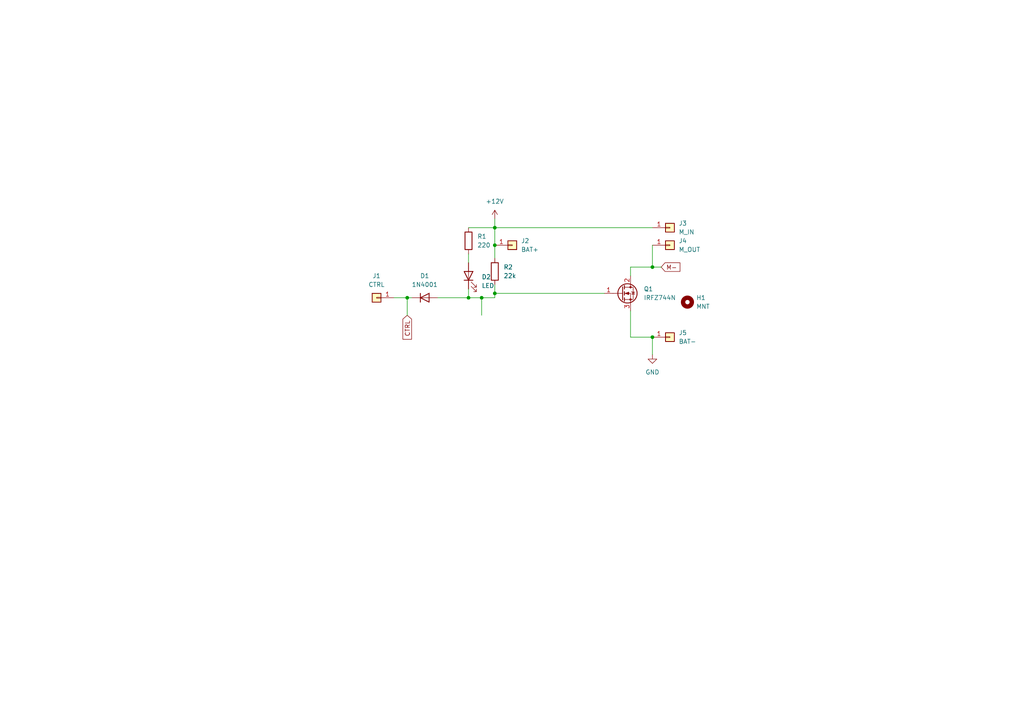
<source format=kicad_sch>
(kicad_sch (version 20211123) (generator eeschema)
  (paper "A4")
  (lib_symbols
    (symbol "Connector_Generic:Conn_01x01" (pin_names (offset 1.016) hide)
      (property "Reference" "J" (at 0 2.54 0))
      (property "Value" "Conn_01x01" (at 0 -2.54 0))
      (symbol "Conn_01x01_1_1"
        (rectangle (start -1.27 0.127) (end 0 -0.127) (stroke (width 0.1524)))
        (rectangle (start -1.27 1.27) (end 1.27 -1.27) (stroke (width 0.254)) (fill (type background)))
        (pin passive line (at -5.08 0 0) (length 3.81) (name "Pin_1") (number "1"))
      )
    )
    (symbol "Device:LED" (pin_numbers hide) (pin_names (offset 1.016) hide)
      (property "Reference" "D" (at 0 2.54 0))
      (property "Value" "LED" (at 0 -2.54 0))
      (symbol "LED_0_1"
        (polyline (pts (xy -1.27 -1.27) (xy -1.27 1.27)) (stroke (width 0.254)))
        (polyline (pts (xy -1.27 0) (xy 1.27 0)))
        (polyline (pts (xy 1.27 -1.27) (xy 1.27 1.27) (xy -1.27 0) (xy 1.27 -1.27)) (stroke (width 0.254)))
        (polyline (pts (xy -3.048 -0.762) (xy -4.572 -2.286) (xy -3.81 -2.286) (xy -4.572 -2.286) (xy -4.572 -1.524)))
        (polyline (pts (xy -1.778 -0.762) (xy -3.302 -2.286) (xy -2.54 -2.286) (xy -3.302 -2.286) (xy -3.302 -1.524)))
      )
      (symbol "LED_1_1"
        (pin passive line (at -3.81 0 0) (length 2.54) (name "K") (number "1"))
        (pin passive line (at 3.81 0 180) (length 2.54) (name "A") (number "2"))
      )
    )
    (symbol "Device:R" (pin_numbers hide) (pin_names (offset 0))
      (property "Reference" "R" (at 2.032 0 90))
      (property "Value" "R" (at 0 0 90))
      (symbol "R_0_1"
        (rectangle (start -1.016 -2.54) (end 1.016 2.54) (stroke (width 0.254)))
      )
      (symbol "R_1_1"
        (pin passive line (at 0 3.81 270) (length 1.27) (name "~") (number "1"))
        (pin passive line (at 0 -3.81 90) (length 1.27) (name "~") (number "2"))
      )
    )
    (symbol "Diode:1N4001" (pin_numbers hide) (pin_names (offset 1.016) hide)
      (property "Reference" "D" (at 0 2.54 0))
      (property "Value" "1N4001" (at 0 -2.54 0))
      (symbol "1N4001_0_1"
        (polyline (pts (xy -1.27 1.27) (xy -1.27 -1.27)) (stroke (width 0.254)))
        (polyline (pts (xy 1.27 0) (xy -1.27 0)))
        (polyline (pts (xy 1.27 1.27) (xy 1.27 -1.27) (xy -1.27 0) (xy 1.27 1.27)) (stroke (width 0.254)))
      )
      (symbol "1N4001_1_1"
        (pin passive line (at -3.81 0 0) (length 2.54) (name "K") (number "1"))
        (pin passive line (at 3.81 0 180) (length 2.54) (name "A") (number "2"))
      )
    )
    (symbol "Mechanical:MountingHole" (pin_names (offset 1.016))
      (property "Reference" "H" (at 0 5.08 0))
      (property "Value" "MountingHole" (at 0 3.175 0))
      (symbol "MountingHole_0_1"
        (circle (center 0 0) (radius 1.27) (stroke (width 1.27)))
      )
    )
    (symbol "Transistor_FET:IRF740" (pin_names hide)
      (property "Reference" "Q" (at 6.35 1.905 0))
      (property "Value" "IRF740" (at 6.35 0 0))
      (symbol "IRF740_0_1"
        (polyline (pts (xy 0.254 0) (xy -2.54 0)))
        (polyline (pts (xy 0.254 1.905) (xy 0.254 -1.905)) (stroke (width 0.254)))
        (polyline (pts (xy 0.762 -1.27) (xy 0.762 -2.286)) (stroke (width 0.254)))
        (polyline (pts (xy 0.762 0.508) (xy 0.762 -0.508)) (stroke (width 0.254)))
        (polyline (pts (xy 0.762 2.286) (xy 0.762 1.27)) (stroke (width 0.254)))
        (polyline (pts (xy 2.54 2.54) (xy 2.54 1.778)))
        (polyline (pts (xy 2.54 -2.54) (xy 2.54 0) (xy 0.762 0)))
        (polyline (pts (xy 0.762 -1.778) (xy 3.302 -1.778) (xy 3.302 1.778) (xy 0.762 1.778)))
        (polyline (pts (xy 1.016 0) (xy 2.032 0.381) (xy 2.032 -0.381) (xy 1.016 0)) (fill (type outline)))
        (polyline (pts (xy 2.794 0.508) (xy 2.921 0.381) (xy 3.683 0.381) (xy 3.81 0.254)))
        (polyline (pts (xy 3.302 0.381) (xy 2.921 -0.254) (xy 3.683 -0.254) (xy 3.302 0.381)))
        (circle (center 1.651 0) (radius 2.794) (stroke (width 0.254)))
        (circle (center 2.54 -1.778) (radius 0.254) (fill (type outline)))
        (circle (center 2.54 1.778) (radius 0.254) (fill (type outline)))
      )
      (symbol "IRF740_1_1"
        (pin input line (at -5.08 0 0) (length 2.54) (name "G") (number "1"))
        (pin passive line (at 2.54 5.08 270) (length 2.54) (name "D") (number "2"))
        (pin passive line (at 2.54 -5.08 90) (length 2.54) (name "S") (number "3"))
      )
    )
    (symbol "power:+12V" (power) (pin_names (offset 0))
      (property "Value" "+12V" (at 0 3.556 0))
      (symbol "+12V_0_1"
        (polyline (pts (xy -0.762 1.27) (xy 0 2.54)))
        (polyline (pts (xy 0 0) (xy 0 2.54)))
        (polyline (pts (xy 0 2.54) (xy 0.762 1.27)))
      )
      (symbol "+12V_1_1"
        (pin power_in line (at 0 0 90) (length 0) hide (name "+12V") (number "1"))
      )
    )
    (symbol "power:GND" (power) (pin_names (offset 0))
      (property "Value" "GND" (at 0 -3.81 0))
      (symbol "GND_0_1"
        (polyline (pts (xy 0 0) (xy 0 -1.27) (xy 1.27 -1.27) (xy 0 -2.54) (xy -1.27 -1.27) (xy 0 -1.27)))
      )
      (symbol "GND_1_1"
        (pin power_in line (at 0 0 270) (length 0) hide (name "GND") (number "1"))
      )
    )
  )
  (junction (at 143.51 85.09))
  (junction (at 189.23 77.47))
  (junction (at 118.11 86.36))
  (junction (at 143.51 71.12))
  (junction (at 139.7 86.36))
  (junction (at 143.51 66.04))
  (junction (at 135.89 86.36))
  (junction (at 189.23 97.79))
  (wire (pts (xy 143.51 66.04) (xy 143.51 71.12)))
  (wire (pts (xy 143.51 66.04) (xy 143.51 63.5)))
  (wire (pts (xy 135.89 86.36) (xy 139.7 86.36)))
  (wire (pts (xy 135.89 73.66) (xy 135.89 76.2)))
  (wire (pts (xy 143.51 71.12) (xy 143.51 74.93)))
  (wire (pts (xy 143.51 85.09) (xy 175.26 85.09)))
  (wire (pts (xy 135.89 83.82) (xy 135.89 86.36)))
  (wire (pts (xy 143.51 85.09) (xy 143.51 86.36)))
  (wire (pts (xy 135.89 66.04) (xy 143.51 66.04)))
  (wire (pts (xy 118.11 86.36) (xy 118.11 91.44)))
  (wire (pts (xy 189.23 77.47) (xy 191.77 77.47)))
  (wire (pts (xy 118.11 86.36) (xy 119.38 86.36)))
  (wire (pts (xy 143.51 82.55) (xy 143.51 85.09)))
  (wire (pts (xy 189.23 71.12) (xy 189.23 77.47)))
  (wire (pts (xy 189.23 97.79) (xy 189.23 102.87)))
  (wire (pts (xy 139.7 86.36) (xy 139.7 91.44)))
  (wire (pts (xy 114.3 86.36) (xy 118.11 86.36)))
  (wire (pts (xy 139.7 86.36) (xy 143.51 86.36)))
  (wire (pts (xy 182.88 90.17) (xy 182.88 97.79)))
  (wire (pts (xy 182.88 77.47) (xy 182.88 80.01)))
  (wire (pts (xy 189.23 77.47) (xy 182.88 77.47)))
  (wire (pts (xy 143.51 66.04) (xy 189.23 66.04)))
  (wire (pts (xy 182.88 97.79) (xy 189.23 97.79)))
  (wire (pts (xy 127 86.36) (xy 135.89 86.36)))
  (global_label "CTRL" (shape input) (at 118.11 91.44 270) (property "Intersheet References" "${INTERSHEET_REFS}" (effects hide)))
  (global_label "M-" (shape input) (at 191.77 77.47 0) (property "Intersheet References" "${INTERSHEET_REFS}" (effects hide)))
  (symbol (lib_id "Device:LED") (at 135.89 80.01 90) (unit 1)
    (property "Reference" "D2" (at 139.7 80.3274 90) (effects (justify right)))
    (property "Value" "LED" (at 139.7 82.8674 90) (effects (justify right)))
    (property "Footprint" "LED_THT:LED_D5.0mm" (effects hide))
  )
  (symbol (lib_id "Mechanical:MountingHole") (at 199.39 87.63 0) (unit 1)
    (property "Reference" "H1" (at 201.93 86.3599 0) (effects (justify left)))
    (property "Value" "MNT" (at 201.93 88.8999 0) (effects (justify left)))
    (property "Footprint" "MountingHole:MountingHole_2.1mm" (effects hide))
  )
  (symbol (lib_id "power:+12V") (at 143.51 63.5 0) (unit 1)
    (property "Reference" "#PWR0102" (effects hide))
    (property "Value" "+12V" (at 143.51 58.42 0))
  )
  (symbol (lib_id "Connector_Generic:Conn_01x01") (at 194.31 71.12 0) (unit 1)
    (property "Reference" "J4" (at 196.85 69.8499 0) (effects (justify left)))
    (property "Value" "M_OUT" (at 196.85 72.3899 0) (effects (justify left)))
    (property "Footprint" "Connector_Wire:SolderWire-1sqmm_1x01_D1.4mm_OD2.7mm" (effects hide))
  )
  (symbol (lib_id "Device:R") (at 143.51 78.74 0) (unit 1)
    (property "Reference" "R2" (at 146.05 77.4699 0) (effects (justify left)))
    (property "Value" "22k" (at 146.05 80.0099 0) (effects (justify left)))
    (property "Footprint" "Resistor_THT:R_Axial_DIN0204_L3.6mm_D1.6mm_P5.08mm_Horizontal" (effects hide))
  )
  (symbol (lib_id "Transistor_FET:IRF740") (at 180.34 85.09 0) (unit 1)
    (property "Reference" "Q1" (at 186.69 83.8199 0) (effects (justify left)))
    (property "Value" "IRFZ744N" (at 186.69 86.3599 0) (effects (justify left)))
    (property "Footprint" "Package_TO_SOT_THT:TO-220-3_JB" (effects hide))
    (property "Datasheet" "http://www.vishay.com/docs/91054/91054.pdf" (effects hide))
  )
  (symbol (lib_id "Connector_Generic:Conn_01x01") (at 109.22 86.36 180) (unit 1)
    (property "Reference" "J1" (at 109.22 80.01 0))
    (property "Value" "CTRL" (at 109.22 82.55 0))
    (property "Footprint" "Connector_Pin:Pin_D1.0mm_L10.0mm" (effects hide))
  )
  (symbol (lib_id "Diode:1N4001") (at 123.19 86.36 0) (unit 1)
    (property "Reference" "D1" (at 123.19 80.01 0))
    (property "Value" "1N4001" (at 123.19 82.55 0))
    (property "Footprint" "Diode_THT:D_DO-41_SOD81_P10.16mm_Horizontal" (effects hide))
    (property "Datasheet" "http://www.vishay.com/docs/88503/1n4001.pdf" (effects hide))
  )
  (symbol (lib_id "Connector_Generic:Conn_01x01") (at 148.59 71.12 0) (unit 1)
    (property "Reference" "J2" (at 151.13 69.8499 0) (effects (justify left)))
    (property "Value" "BAT+" (at 151.13 72.3899 0) (effects (justify left)))
    (property "Footprint" "Connector_Pin:Pin_D1.4mm_L8.5mm_W2.8mm_FlatFork" (effects hide))
  )
  (symbol (lib_id "power:GND") (at 189.23 102.87 0) (unit 1)
    (property "Reference" "#PWR0101" (effects hide))
    (property "Value" "GND" (at 189.23 107.95 0))
  )
  (symbol (lib_id "Connector_Generic:Conn_01x01") (at 194.31 66.04 0) (unit 1)
    (property "Reference" "J3" (at 196.85 64.7699 0) (effects (justify left)))
    (property "Value" "M_IN" (at 196.85 67.3099 0) (effects (justify left)))
    (property "Footprint" "Connector_Wire:SolderWire-1sqmm_1x01_D1.4mm_OD2.7mm" (effects hide))
  )
  (symbol (lib_id "Device:R") (at 135.89 69.85 0) (unit 1)
    (property "Reference" "R1" (at 138.43 68.5799 0) (effects (justify left)))
    (property "Value" "220" (at 138.43 71.1199 0) (effects (justify left)))
    (property "Footprint" "Resistor_THT:R_Axial_DIN0204_L3.6mm_D1.6mm_P5.08mm_Horizontal" (effects hide))
  )
  (symbol (lib_id "Connector_Generic:Conn_01x01") (at 194.31 97.79 0) (unit 1)
    (property "Reference" "J5" (at 196.85 96.5199 0) (effects (justify left)))
    (property "Value" "BAT-" (at 196.85 99.0599 0) (effects (justify left)))
    (property "Footprint" "Connector_Wire:SolderWire-1sqmm_1x01_D1.4mm_OD2.7mm" (effects hide))
  )
)
</source>
